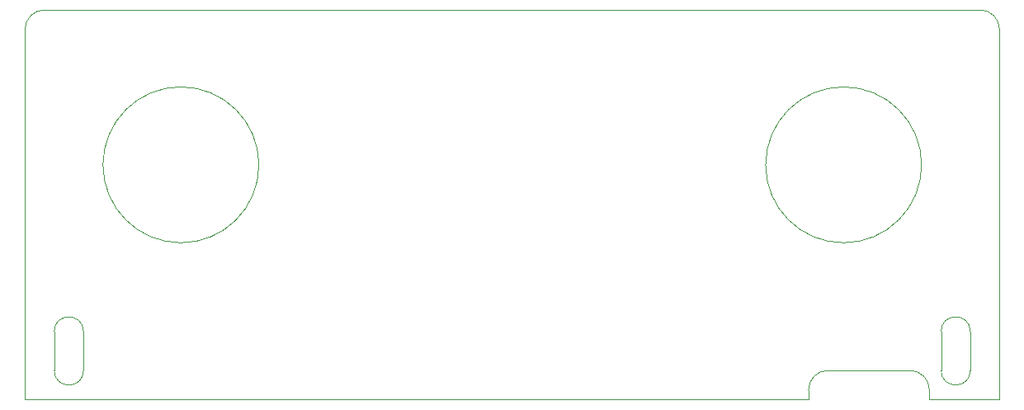
<source format=gbr>
%TF.GenerationSoftware,KiCad,Pcbnew,(5.1.5)-3*%
%TF.CreationDate,2020-06-01T09:44:54+02:00*%
%TF.ProjectId,speaker_grill,73706561-6b65-4725-9f67-72696c6c2e6b,rev?*%
%TF.SameCoordinates,PXbebc200PY5f5e100*%
%TF.FileFunction,Profile,NP*%
%FSLAX46Y46*%
G04 Gerber Fmt 4.6, Leading zero omitted, Abs format (unit mm)*
G04 Created by KiCad (PCBNEW (5.1.5)-3) date 2020-06-01 09:44:54*
%MOMM*%
%LPD*%
G04 APERTURE LIST*
%TA.AperFunction,Profile*%
%ADD10C,0.120000*%
%TD*%
G04 APERTURE END LIST*
D10*
X-8000000Y24100000D02*
G75*
G03X-8000000Y24100000I-8000000J0D01*
G01*
X-76000000Y24100000D02*
G75*
G03X-76000000Y24100000I-8000000J0D01*
G01*
X-3000000Y3000000D02*
X-3000000Y7000000D01*
X-3000000Y3000000D02*
G75*
G02X-6000000Y3000000I-1500000J0D01*
G01*
X-6000000Y7000000D02*
G75*
G02X-3000000Y7000000I1500000J0D01*
G01*
X-6000000Y3000000D02*
X-6000000Y7000000D01*
X-94000000Y3000000D02*
X-94000000Y7000000D01*
X-94000000Y3000000D02*
G75*
G02X-97000000Y3000000I-1500000J0D01*
G01*
X-97000000Y7000000D02*
G75*
G02X-94000000Y7000000I1500000J0D01*
G01*
X-97000000Y3000000D02*
X-97000000Y7000000D01*
X-17600000Y3000000D02*
X-9200000Y3000000D01*
X-9200000Y3000000D02*
G75*
G02X-7200000Y1000000I0J-2000000D01*
G01*
X-7200000Y0D02*
X-7200000Y1000000D01*
X-19600000Y1000000D02*
G75*
G02X-17600000Y3000000I2000000J0D01*
G01*
X-19600000Y0D02*
X-19600000Y1000000D01*
X-19600000Y0D02*
X-100000000Y0D01*
X0Y0D02*
X-7200000Y0D01*
X-2000000Y40000000D02*
G75*
G02X0Y38000000I0J-2000000D01*
G01*
X-100000000Y38000000D02*
G75*
G02X-98000000Y40000000I2000000J0D01*
G01*
X0Y38000000D02*
X0Y0D01*
X-98000000Y40000000D02*
X-2000000Y40000000D01*
X-100000000Y0D02*
X-100000000Y38000000D01*
M02*

</source>
